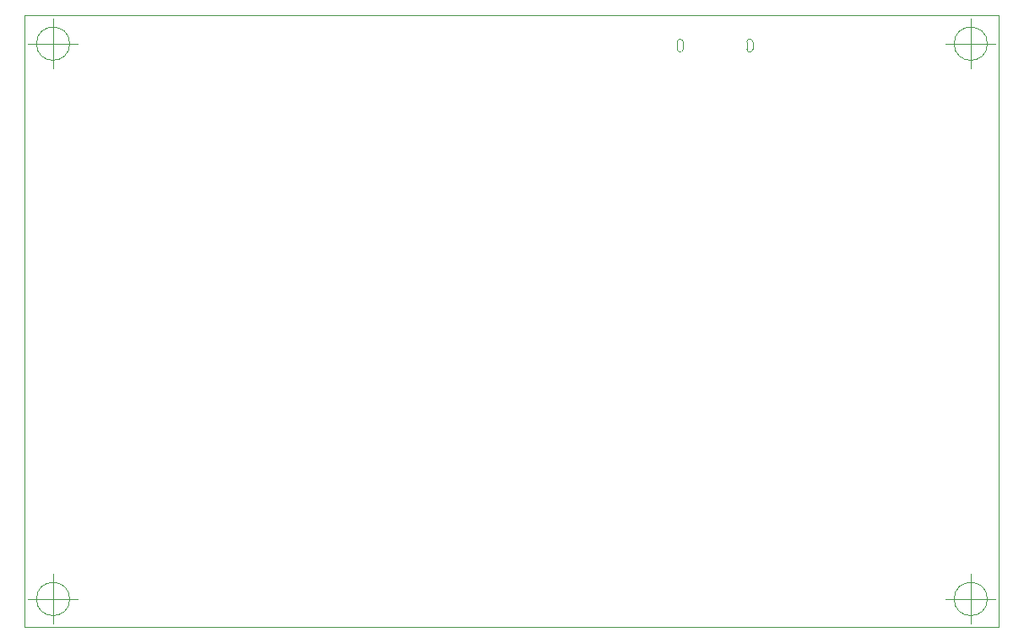
<source format=gm1>
G04 #@! TF.GenerationSoftware,KiCad,Pcbnew,(5.1.7)-1*
G04 #@! TF.CreationDate,2021-04-15T13:32:14+02:00*
G04 #@! TF.ProjectId,TestPCB,54657374-5043-4422-9e6b-696361645f70,rev?*
G04 #@! TF.SameCoordinates,Original*
G04 #@! TF.FileFunction,Profile,NP*
%FSLAX46Y46*%
G04 Gerber Fmt 4.6, Leading zero omitted, Abs format (unit mm)*
G04 Created by KiCad (PCBNEW (5.1.7)-1) date 2021-04-15 13:32:14*
%MOMM*%
%LPD*%
G01*
G04 APERTURE LIST*
G04 #@! TA.AperFunction,Profile*
%ADD10C,0.050000*%
G04 #@! TD*
G04 #@! TA.AperFunction,Profile*
%ADD11C,0.100000*%
G04 #@! TD*
G04 APERTURE END LIST*
D10*
X204483239Y-68453427D02*
G75*
G03*
X204483239Y-68453427I-1666666J0D01*
G01*
X200316573Y-68453427D02*
X205316573Y-68453427D01*
X202816573Y-65953427D02*
X202816573Y-70953427D01*
X112445093Y-68453427D02*
G75*
G03*
X112445093Y-68453427I-1666666J0D01*
G01*
X108278427Y-68453427D02*
X113278427Y-68453427D01*
X110778427Y-65953427D02*
X110778427Y-70953427D01*
X204483239Y-124171573D02*
G75*
G03*
X204483239Y-124171573I-1666666J0D01*
G01*
X200316573Y-124171573D02*
X205316573Y-124171573D01*
X202816573Y-121671573D02*
X202816573Y-126671573D01*
X112445093Y-124171573D02*
G75*
G03*
X112445093Y-124171573I-1666666J0D01*
G01*
X108278427Y-124171573D02*
X113278427Y-124171573D01*
X110778427Y-121671573D02*
X110778427Y-126671573D01*
D11*
X205645000Y-65625000D02*
X205645000Y-127000000D01*
X107950000Y-65625000D02*
X205645000Y-65625000D01*
X107950000Y-127000000D02*
X107950000Y-65625000D01*
X205645000Y-127000000D02*
X107950000Y-127000000D01*
X180365000Y-68993500D02*
X180365000Y-68293500D01*
X180965000Y-68293500D02*
X180965000Y-68993500D01*
X173365000Y-68993500D02*
X173365000Y-68293500D01*
X173965000Y-68293500D02*
X173965000Y-68993500D01*
X180965000Y-68993500D02*
G75*
G02*
X180365000Y-68993500I-300000J0D01*
G01*
X180365000Y-68293500D02*
G75*
G02*
X180965000Y-68293500I300000J0D01*
G01*
X173965000Y-68993500D02*
G75*
G02*
X173365000Y-68993500I-300000J0D01*
G01*
X173365000Y-68293500D02*
G75*
G02*
X173965000Y-68293500I300000J0D01*
G01*
M02*

</source>
